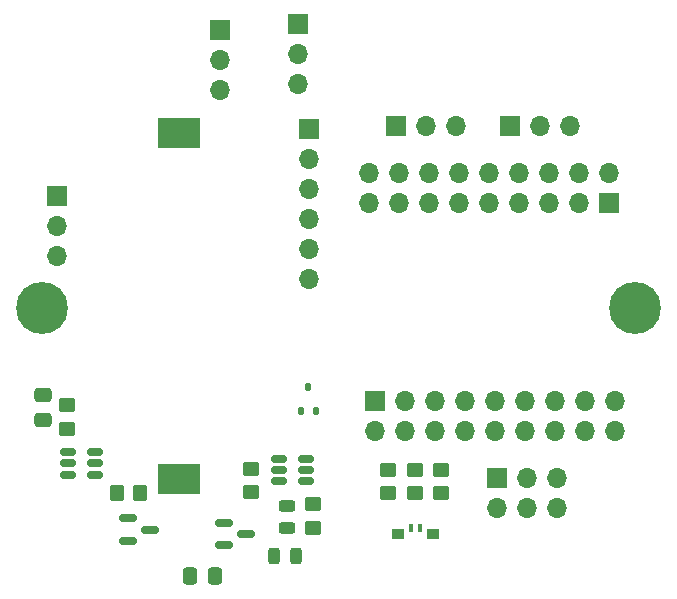
<source format=gbr>
%TF.GenerationSoftware,KiCad,Pcbnew,8.0.3*%
%TF.CreationDate,2025-07-08T12:48:36-07:00*%
%TF.ProjectId,salp_board_round,73616c70-5f62-46f6-9172-645f726f756e,rev?*%
%TF.SameCoordinates,Original*%
%TF.FileFunction,Soldermask,Bot*%
%TF.FilePolarity,Negative*%
%FSLAX46Y46*%
G04 Gerber Fmt 4.6, Leading zero omitted, Abs format (unit mm)*
G04 Created by KiCad (PCBNEW 8.0.3) date 2025-07-08 12:48:36*
%MOMM*%
%LPD*%
G01*
G04 APERTURE LIST*
G04 Aperture macros list*
%AMRoundRect*
0 Rectangle with rounded corners*
0 $1 Rounding radius*
0 $2 $3 $4 $5 $6 $7 $8 $9 X,Y pos of 4 corners*
0 Add a 4 corners polygon primitive as box body*
4,1,4,$2,$3,$4,$5,$6,$7,$8,$9,$2,$3,0*
0 Add four circle primitives for the rounded corners*
1,1,$1+$1,$2,$3*
1,1,$1+$1,$4,$5*
1,1,$1+$1,$6,$7*
1,1,$1+$1,$8,$9*
0 Add four rect primitives between the rounded corners*
20,1,$1+$1,$2,$3,$4,$5,0*
20,1,$1+$1,$4,$5,$6,$7,0*
20,1,$1+$1,$6,$7,$8,$9,0*
20,1,$1+$1,$8,$9,$2,$3,0*%
G04 Aperture macros list end*
%ADD10R,3.600000X2.600000*%
%ADD11R,1.700000X1.700000*%
%ADD12O,1.700000X1.700000*%
%ADD13RoundRect,0.150000X-0.512500X-0.150000X0.512500X-0.150000X0.512500X0.150000X-0.512500X0.150000X0*%
%ADD14RoundRect,0.250000X0.450000X-0.350000X0.450000X0.350000X-0.450000X0.350000X-0.450000X-0.350000X0*%
%ADD15RoundRect,0.250000X-0.450000X0.350000X-0.450000X-0.350000X0.450000X-0.350000X0.450000X0.350000X0*%
%ADD16RoundRect,0.250000X0.350000X0.450000X-0.350000X0.450000X-0.350000X-0.450000X0.350000X-0.450000X0*%
%ADD17RoundRect,0.150000X-0.587500X-0.150000X0.587500X-0.150000X0.587500X0.150000X-0.587500X0.150000X0*%
%ADD18C,4.400000*%
%ADD19RoundRect,0.112500X0.112500X0.237500X-0.112500X0.237500X-0.112500X-0.237500X0.112500X-0.237500X0*%
%ADD20RoundRect,0.243750X-0.456250X0.243750X-0.456250X-0.243750X0.456250X-0.243750X0.456250X0.243750X0*%
%ADD21RoundRect,0.243750X-0.243750X-0.456250X0.243750X-0.456250X0.243750X0.456250X-0.243750X0.456250X0*%
%ADD22R,0.400000X0.800000*%
%ADD23R,1.000000X0.900000*%
%ADD24RoundRect,0.250000X0.337500X0.475000X-0.337500X0.475000X-0.337500X-0.475000X0.337500X-0.475000X0*%
%ADD25RoundRect,0.250000X-0.475000X0.337500X-0.475000X-0.337500X0.475000X-0.337500X0.475000X0.337500X0*%
G04 APERTURE END LIST*
D10*
%TO.C,BT1*%
X156500000Y-75200000D03*
X156500000Y-104500000D03*
%TD*%
D11*
%TO.C,J6*%
X167500000Y-74860000D03*
D12*
X167500000Y-77400000D03*
X167500000Y-79940000D03*
X167500000Y-82480000D03*
X167500000Y-85020000D03*
X167500000Y-87560000D03*
%TD*%
D13*
%TO.C,U5*%
X147125000Y-104100000D03*
X147125000Y-103150000D03*
X147125000Y-102200000D03*
X149400000Y-102200000D03*
X149400000Y-103150000D03*
X149400000Y-104100000D03*
%TD*%
%TO.C,U3*%
X167237500Y-104650000D03*
X167237500Y-103700000D03*
X167237500Y-102750000D03*
X164962500Y-102750000D03*
X164962500Y-103700000D03*
X164962500Y-104650000D03*
%TD*%
D14*
%TO.C,R10*%
X167800000Y-106600000D03*
X167800000Y-108600000D03*
%TD*%
%TO.C,R9*%
X162600000Y-103600000D03*
X162600000Y-105600000D03*
%TD*%
D15*
%TO.C,R8*%
X147000000Y-100200000D03*
X147000000Y-98200000D03*
%TD*%
D16*
%TO.C,R7*%
X151200000Y-105700000D03*
X153200000Y-105700000D03*
%TD*%
D14*
%TO.C,R6*%
X174200000Y-105700001D03*
X174200000Y-103700001D03*
%TD*%
%TO.C,R5*%
X178700000Y-105700001D03*
X178700000Y-103700001D03*
%TD*%
%TO.C,R4*%
X176500000Y-105700001D03*
X176500000Y-103700001D03*
%TD*%
D17*
%TO.C,Q2*%
X162200000Y-109150000D03*
X160325000Y-108200000D03*
X160325000Y-110100000D03*
%TD*%
%TO.C,Q1*%
X154037500Y-108750000D03*
X152162500Y-107800000D03*
X152162500Y-109700000D03*
%TD*%
D12*
%TO.C,SEL0*%
X166600000Y-71055000D03*
X166600000Y-68515000D03*
D11*
X166600000Y-65975000D03*
%TD*%
D12*
%TO.C,SEL1*%
X160000000Y-71580000D03*
X160000000Y-69040000D03*
D11*
X160000000Y-66500000D03*
%TD*%
%TO.C,J8*%
X184475000Y-74600000D03*
D12*
X187015000Y-74600000D03*
X189555000Y-74600000D03*
%TD*%
D11*
%TO.C,J7*%
X174860000Y-74600000D03*
D12*
X177400000Y-74600000D03*
X179940000Y-74600000D03*
%TD*%
%TO.C,J5*%
X193380000Y-100440000D03*
X193380000Y-97900000D03*
X190840000Y-100440000D03*
X190840000Y-97900000D03*
X188300000Y-100440000D03*
X188300000Y-97900000D03*
X185760000Y-100440000D03*
X185760000Y-97900000D03*
X183220000Y-100440000D03*
X183220000Y-97900000D03*
X180680000Y-100440000D03*
X180680000Y-97900000D03*
X178140000Y-100440000D03*
X178140000Y-97900000D03*
X175600000Y-100440000D03*
X175600000Y-97900000D03*
X173060000Y-100440000D03*
D11*
X173060000Y-97900000D03*
%TD*%
%TO.C,J4*%
X183420000Y-104400000D03*
D12*
X183420000Y-106940000D03*
X185960000Y-104400000D03*
X185960000Y-106940000D03*
X188500000Y-104400000D03*
X188500000Y-106940000D03*
%TD*%
%TO.C,J3*%
X172580000Y-78600000D03*
X172580000Y-81140000D03*
X175120000Y-78600000D03*
X175120000Y-81140000D03*
X177660000Y-78600000D03*
X177660000Y-81140000D03*
X180200000Y-78600000D03*
X180200000Y-81140000D03*
X182740000Y-78600000D03*
X182740000Y-81140000D03*
X185280000Y-78600000D03*
X185280000Y-81140000D03*
X187820000Y-78600000D03*
X187820000Y-81140000D03*
X190360000Y-78600000D03*
X190360000Y-81140000D03*
X192900000Y-78600000D03*
D11*
X192900000Y-81140000D03*
%TD*%
%TO.C,Antenna*%
X146200000Y-80500000D03*
D12*
X146200000Y-83040000D03*
X146200000Y-85580000D03*
%TD*%
D18*
%TO.C,H2*%
X195100000Y-90000000D03*
%TD*%
%TO.C,H1*%
X144900000Y-90000000D03*
%TD*%
D19*
%TO.C,D5*%
X167450000Y-96700000D03*
X166800000Y-98700000D03*
X168100000Y-98700000D03*
%TD*%
D20*
%TO.C,D4*%
X165600000Y-106762500D03*
X165600000Y-108637500D03*
%TD*%
D21*
%TO.C,D3*%
X164562500Y-111000000D03*
X166437500Y-111000000D03*
%TD*%
D22*
%TO.C,D1*%
X176100000Y-108648223D03*
X176900000Y-108648223D03*
D23*
X178000000Y-109098223D03*
X175000000Y-109098223D03*
%TD*%
D24*
%TO.C,C23*%
X157462500Y-112700000D03*
X159537500Y-112700000D03*
%TD*%
D25*
%TO.C,C21*%
X145000000Y-99437500D03*
X145000000Y-97362500D03*
%TD*%
M02*

</source>
